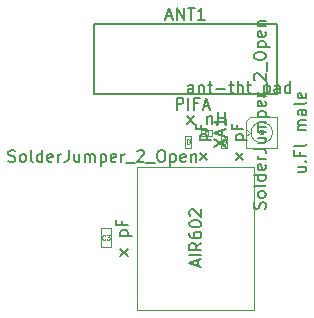
<source format=gbr>
G04 #@! TF.GenerationSoftware,KiCad,Pcbnew,(5.0.1)-3*
G04 #@! TF.CreationDate,2018-12-06T00:17:23+01:00*
G04 #@! TF.ProjectId,air602bob,616972363032626F622E6B696361645F,rev?*
G04 #@! TF.SameCoordinates,Original*
G04 #@! TF.FileFunction,Other,Fab,Top*
%FSLAX46Y46*%
G04 Gerber Fmt 4.6, Leading zero omitted, Abs format (unit mm)*
G04 Created by KiCad (PCBNEW (5.0.1)-3) date 06/12/2018 00:17:23*
%MOMM*%
%LPD*%
G01*
G04 APERTURE LIST*
%ADD10C,0.100000*%
%ADD11C,0.150000*%
%ADD12C,0.120000*%
%ADD13C,0.060000*%
%ADD14C,0.040000*%
G04 APERTURE END LIST*
D10*
G04 #@! TO.C,XA1*
X78248000Y-91440000D02*
X77948000Y-91740000D01*
X77948000Y-91140000D02*
X78248000Y-91440000D01*
X79298000Y-91440000D02*
G75*
G03X79298000Y-91440000I-50000J0D01*
G01*
X79373000Y-91440000D02*
G75*
G03X79373000Y-91440000I-125000J0D01*
G01*
X80148000Y-91440000D02*
G75*
G03X80148000Y-91440000I-900000J0D01*
G01*
X80548000Y-90140000D02*
X80548000Y-92740000D01*
X80548000Y-90140000D02*
X78248000Y-90140000D01*
X78248000Y-90140000D02*
X77948000Y-90440000D01*
X80548000Y-92740000D02*
X77948000Y-92740000D01*
X77948000Y-90440000D02*
X77948000Y-92740000D01*
X79448000Y-91440000D02*
G75*
G03X79448000Y-91440000I-200000J0D01*
G01*
G04 #@! TO.C,C3*
X66440000Y-101130000D02*
X65640000Y-101130000D01*
X65640000Y-101130000D02*
X65640000Y-99530000D01*
X65640000Y-99530000D02*
X66440000Y-99530000D01*
X66440000Y-99530000D02*
X66440000Y-101130000D01*
G04 #@! TO.C,C2*
X73275000Y-91702000D02*
X73275000Y-92702000D01*
X72775000Y-91702000D02*
X73275000Y-91702000D01*
X72775000Y-92702000D02*
X72775000Y-91702000D01*
X73275000Y-92702000D02*
X72775000Y-92702000D01*
G04 #@! TO.C,C1*
X76323000Y-92702000D02*
X75823000Y-92702000D01*
X75823000Y-92702000D02*
X75823000Y-91702000D01*
X75823000Y-91702000D02*
X76323000Y-91702000D01*
X76323000Y-91702000D02*
X76323000Y-92702000D01*
G04 #@! TO.C,L1*
X75072000Y-91190000D02*
X75072000Y-91690000D01*
X75072000Y-91690000D02*
X74072000Y-91690000D01*
X74072000Y-91690000D02*
X74072000Y-91190000D01*
X74072000Y-91190000D02*
X75072000Y-91190000D01*
D11*
G04 #@! TO.C,ANT1*
X65043000Y-82230000D02*
X65043000Y-88180000D01*
X80543000Y-88180000D02*
X80543000Y-82230000D01*
X65043000Y-88180000D02*
X80543000Y-88180000D01*
X80543000Y-82230000D02*
X65043000Y-82230000D01*
D12*
G04 #@! TO.C,U1*
X68710000Y-94380000D02*
X68710000Y-106430000D01*
X68710000Y-106430000D02*
X78610000Y-106430000D01*
X78610000Y-106430000D02*
X78610000Y-94380000D01*
X78610000Y-94380000D02*
X68710000Y-94380000D01*
G04 #@! TD*
G04 #@! TO.C,XA2*
D11*
X73438238Y-88090380D02*
X73438238Y-87566571D01*
X73390619Y-87471333D01*
X73295380Y-87423714D01*
X73104904Y-87423714D01*
X73009666Y-87471333D01*
X73438238Y-88042761D02*
X73343000Y-88090380D01*
X73104904Y-88090380D01*
X73009666Y-88042761D01*
X72962047Y-87947523D01*
X72962047Y-87852285D01*
X73009666Y-87757047D01*
X73104904Y-87709428D01*
X73343000Y-87709428D01*
X73438238Y-87661809D01*
X73914428Y-87423714D02*
X73914428Y-88090380D01*
X73914428Y-87518952D02*
X73962047Y-87471333D01*
X74057285Y-87423714D01*
X74200142Y-87423714D01*
X74295380Y-87471333D01*
X74343000Y-87566571D01*
X74343000Y-88090380D01*
X74676333Y-87423714D02*
X75057285Y-87423714D01*
X74819190Y-87090380D02*
X74819190Y-87947523D01*
X74866809Y-88042761D01*
X74962047Y-88090380D01*
X75057285Y-88090380D01*
X75390619Y-87709428D02*
X76152523Y-87709428D01*
X76485857Y-87423714D02*
X76866809Y-87423714D01*
X76628714Y-87090380D02*
X76628714Y-87947523D01*
X76676333Y-88042761D01*
X76771571Y-88090380D01*
X76866809Y-88090380D01*
X77200142Y-88090380D02*
X77200142Y-87090380D01*
X77628714Y-88090380D02*
X77628714Y-87566571D01*
X77581095Y-87471333D01*
X77485857Y-87423714D01*
X77343000Y-87423714D01*
X77247761Y-87471333D01*
X77200142Y-87518952D01*
X77962047Y-87423714D02*
X78343000Y-87423714D01*
X78104904Y-87090380D02*
X78104904Y-87947523D01*
X78152523Y-88042761D01*
X78247761Y-88090380D01*
X78343000Y-88090380D01*
X78438238Y-88185619D02*
X79200142Y-88185619D01*
X79438238Y-87423714D02*
X79438238Y-88423714D01*
X79438238Y-87471333D02*
X79533476Y-87423714D01*
X79723952Y-87423714D01*
X79819190Y-87471333D01*
X79866809Y-87518952D01*
X79914428Y-87614190D01*
X79914428Y-87899904D01*
X79866809Y-87995142D01*
X79819190Y-88042761D01*
X79723952Y-88090380D01*
X79533476Y-88090380D01*
X79438238Y-88042761D01*
X80771571Y-88090380D02*
X80771571Y-87566571D01*
X80723952Y-87471333D01*
X80628714Y-87423714D01*
X80438238Y-87423714D01*
X80343000Y-87471333D01*
X80771571Y-88042761D02*
X80676333Y-88090380D01*
X80438238Y-88090380D01*
X80343000Y-88042761D01*
X80295380Y-87947523D01*
X80295380Y-87852285D01*
X80343000Y-87757047D01*
X80438238Y-87709428D01*
X80676333Y-87709428D01*
X80771571Y-87661809D01*
X81676333Y-88090380D02*
X81676333Y-87090380D01*
X81676333Y-88042761D02*
X81581095Y-88090380D01*
X81390619Y-88090380D01*
X81295380Y-88042761D01*
X81247761Y-87995142D01*
X81200142Y-87899904D01*
X81200142Y-87614190D01*
X81247761Y-87518952D01*
X81295380Y-87471333D01*
X81390619Y-87423714D01*
X81581095Y-87423714D01*
X81676333Y-87471333D01*
G04 #@! TO.C,JP2*
X79525761Y-97892190D02*
X79573380Y-97749333D01*
X79573380Y-97511238D01*
X79525761Y-97416000D01*
X79478142Y-97368380D01*
X79382904Y-97320761D01*
X79287666Y-97320761D01*
X79192428Y-97368380D01*
X79144809Y-97416000D01*
X79097190Y-97511238D01*
X79049571Y-97701714D01*
X79001952Y-97796952D01*
X78954333Y-97844571D01*
X78859095Y-97892190D01*
X78763857Y-97892190D01*
X78668619Y-97844571D01*
X78621000Y-97796952D01*
X78573380Y-97701714D01*
X78573380Y-97463619D01*
X78621000Y-97320761D01*
X79573380Y-96749333D02*
X79525761Y-96844571D01*
X79478142Y-96892190D01*
X79382904Y-96939809D01*
X79097190Y-96939809D01*
X79001952Y-96892190D01*
X78954333Y-96844571D01*
X78906714Y-96749333D01*
X78906714Y-96606476D01*
X78954333Y-96511238D01*
X79001952Y-96463619D01*
X79097190Y-96416000D01*
X79382904Y-96416000D01*
X79478142Y-96463619D01*
X79525761Y-96511238D01*
X79573380Y-96606476D01*
X79573380Y-96749333D01*
X79573380Y-95844571D02*
X79525761Y-95939809D01*
X79430523Y-95987428D01*
X78573380Y-95987428D01*
X79573380Y-95035047D02*
X78573380Y-95035047D01*
X79525761Y-95035047D02*
X79573380Y-95130285D01*
X79573380Y-95320761D01*
X79525761Y-95416000D01*
X79478142Y-95463619D01*
X79382904Y-95511238D01*
X79097190Y-95511238D01*
X79001952Y-95463619D01*
X78954333Y-95416000D01*
X78906714Y-95320761D01*
X78906714Y-95130285D01*
X78954333Y-95035047D01*
X79525761Y-94177904D02*
X79573380Y-94273142D01*
X79573380Y-94463619D01*
X79525761Y-94558857D01*
X79430523Y-94606476D01*
X79049571Y-94606476D01*
X78954333Y-94558857D01*
X78906714Y-94463619D01*
X78906714Y-94273142D01*
X78954333Y-94177904D01*
X79049571Y-94130285D01*
X79144809Y-94130285D01*
X79240047Y-94606476D01*
X79573380Y-93701714D02*
X78906714Y-93701714D01*
X79097190Y-93701714D02*
X79001952Y-93654095D01*
X78954333Y-93606476D01*
X78906714Y-93511238D01*
X78906714Y-93416000D01*
X78573380Y-92796952D02*
X79287666Y-92796952D01*
X79430523Y-92844571D01*
X79525761Y-92939809D01*
X79573380Y-93082666D01*
X79573380Y-93177904D01*
X78906714Y-91892190D02*
X79573380Y-91892190D01*
X78906714Y-92320761D02*
X79430523Y-92320761D01*
X79525761Y-92273142D01*
X79573380Y-92177904D01*
X79573380Y-92035047D01*
X79525761Y-91939809D01*
X79478142Y-91892190D01*
X79573380Y-91416000D02*
X78906714Y-91416000D01*
X79001952Y-91416000D02*
X78954333Y-91368380D01*
X78906714Y-91273142D01*
X78906714Y-91130285D01*
X78954333Y-91035047D01*
X79049571Y-90987428D01*
X79573380Y-90987428D01*
X79049571Y-90987428D02*
X78954333Y-90939809D01*
X78906714Y-90844571D01*
X78906714Y-90701714D01*
X78954333Y-90606476D01*
X79049571Y-90558857D01*
X79573380Y-90558857D01*
X78906714Y-90082666D02*
X79906714Y-90082666D01*
X78954333Y-90082666D02*
X78906714Y-89987428D01*
X78906714Y-89796952D01*
X78954333Y-89701714D01*
X79001952Y-89654095D01*
X79097190Y-89606476D01*
X79382904Y-89606476D01*
X79478142Y-89654095D01*
X79525761Y-89701714D01*
X79573380Y-89796952D01*
X79573380Y-89987428D01*
X79525761Y-90082666D01*
X79525761Y-88796952D02*
X79573380Y-88892190D01*
X79573380Y-89082666D01*
X79525761Y-89177904D01*
X79430523Y-89225523D01*
X79049571Y-89225523D01*
X78954333Y-89177904D01*
X78906714Y-89082666D01*
X78906714Y-88892190D01*
X78954333Y-88796952D01*
X79049571Y-88749333D01*
X79144809Y-88749333D01*
X79240047Y-89225523D01*
X79573380Y-88320761D02*
X78906714Y-88320761D01*
X79097190Y-88320761D02*
X79001952Y-88273142D01*
X78954333Y-88225523D01*
X78906714Y-88130285D01*
X78906714Y-88035047D01*
X79668619Y-87939809D02*
X79668619Y-87177904D01*
X78668619Y-86987428D02*
X78621000Y-86939809D01*
X78573380Y-86844571D01*
X78573380Y-86606476D01*
X78621000Y-86511238D01*
X78668619Y-86463619D01*
X78763857Y-86416000D01*
X78859095Y-86416000D01*
X79001952Y-86463619D01*
X79573380Y-87035047D01*
X79573380Y-86416000D01*
X79668619Y-86225523D02*
X79668619Y-85463619D01*
X78573380Y-85035047D02*
X78573380Y-84844571D01*
X78621000Y-84749333D01*
X78716238Y-84654095D01*
X78906714Y-84606476D01*
X79240047Y-84606476D01*
X79430523Y-84654095D01*
X79525761Y-84749333D01*
X79573380Y-84844571D01*
X79573380Y-85035047D01*
X79525761Y-85130285D01*
X79430523Y-85225523D01*
X79240047Y-85273142D01*
X78906714Y-85273142D01*
X78716238Y-85225523D01*
X78621000Y-85130285D01*
X78573380Y-85035047D01*
X78906714Y-84177904D02*
X79906714Y-84177904D01*
X78954333Y-84177904D02*
X78906714Y-84082666D01*
X78906714Y-83892190D01*
X78954333Y-83796952D01*
X79001952Y-83749333D01*
X79097190Y-83701714D01*
X79382904Y-83701714D01*
X79478142Y-83749333D01*
X79525761Y-83796952D01*
X79573380Y-83892190D01*
X79573380Y-84082666D01*
X79525761Y-84177904D01*
X79525761Y-82892190D02*
X79573380Y-82987428D01*
X79573380Y-83177904D01*
X79525761Y-83273142D01*
X79430523Y-83320761D01*
X79049571Y-83320761D01*
X78954333Y-83273142D01*
X78906714Y-83177904D01*
X78906714Y-82987428D01*
X78954333Y-82892190D01*
X79049571Y-82844571D01*
X79144809Y-82844571D01*
X79240047Y-83320761D01*
X78906714Y-82416000D02*
X79573380Y-82416000D01*
X79001952Y-82416000D02*
X78954333Y-82368380D01*
X78906714Y-82273142D01*
X78906714Y-82130285D01*
X78954333Y-82035047D01*
X79049571Y-81987428D01*
X79573380Y-81987428D01*
G04 #@! TO.C,JP1*
X57790809Y-93876761D02*
X57933666Y-93924380D01*
X58171761Y-93924380D01*
X58267000Y-93876761D01*
X58314619Y-93829142D01*
X58362238Y-93733904D01*
X58362238Y-93638666D01*
X58314619Y-93543428D01*
X58267000Y-93495809D01*
X58171761Y-93448190D01*
X57981285Y-93400571D01*
X57886047Y-93352952D01*
X57838428Y-93305333D01*
X57790809Y-93210095D01*
X57790809Y-93114857D01*
X57838428Y-93019619D01*
X57886047Y-92972000D01*
X57981285Y-92924380D01*
X58219380Y-92924380D01*
X58362238Y-92972000D01*
X58933666Y-93924380D02*
X58838428Y-93876761D01*
X58790809Y-93829142D01*
X58743190Y-93733904D01*
X58743190Y-93448190D01*
X58790809Y-93352952D01*
X58838428Y-93305333D01*
X58933666Y-93257714D01*
X59076523Y-93257714D01*
X59171761Y-93305333D01*
X59219380Y-93352952D01*
X59267000Y-93448190D01*
X59267000Y-93733904D01*
X59219380Y-93829142D01*
X59171761Y-93876761D01*
X59076523Y-93924380D01*
X58933666Y-93924380D01*
X59838428Y-93924380D02*
X59743190Y-93876761D01*
X59695571Y-93781523D01*
X59695571Y-92924380D01*
X60647952Y-93924380D02*
X60647952Y-92924380D01*
X60647952Y-93876761D02*
X60552714Y-93924380D01*
X60362238Y-93924380D01*
X60267000Y-93876761D01*
X60219380Y-93829142D01*
X60171761Y-93733904D01*
X60171761Y-93448190D01*
X60219380Y-93352952D01*
X60267000Y-93305333D01*
X60362238Y-93257714D01*
X60552714Y-93257714D01*
X60647952Y-93305333D01*
X61505095Y-93876761D02*
X61409857Y-93924380D01*
X61219380Y-93924380D01*
X61124142Y-93876761D01*
X61076523Y-93781523D01*
X61076523Y-93400571D01*
X61124142Y-93305333D01*
X61219380Y-93257714D01*
X61409857Y-93257714D01*
X61505095Y-93305333D01*
X61552714Y-93400571D01*
X61552714Y-93495809D01*
X61076523Y-93591047D01*
X61981285Y-93924380D02*
X61981285Y-93257714D01*
X61981285Y-93448190D02*
X62028904Y-93352952D01*
X62076523Y-93305333D01*
X62171761Y-93257714D01*
X62267000Y-93257714D01*
X62886047Y-92924380D02*
X62886047Y-93638666D01*
X62838428Y-93781523D01*
X62743190Y-93876761D01*
X62600333Y-93924380D01*
X62505095Y-93924380D01*
X63790809Y-93257714D02*
X63790809Y-93924380D01*
X63362238Y-93257714D02*
X63362238Y-93781523D01*
X63409857Y-93876761D01*
X63505095Y-93924380D01*
X63647952Y-93924380D01*
X63743190Y-93876761D01*
X63790809Y-93829142D01*
X64267000Y-93924380D02*
X64267000Y-93257714D01*
X64267000Y-93352952D02*
X64314619Y-93305333D01*
X64409857Y-93257714D01*
X64552714Y-93257714D01*
X64647952Y-93305333D01*
X64695571Y-93400571D01*
X64695571Y-93924380D01*
X64695571Y-93400571D02*
X64743190Y-93305333D01*
X64838428Y-93257714D01*
X64981285Y-93257714D01*
X65076523Y-93305333D01*
X65124142Y-93400571D01*
X65124142Y-93924380D01*
X65600333Y-93257714D02*
X65600333Y-94257714D01*
X65600333Y-93305333D02*
X65695571Y-93257714D01*
X65886047Y-93257714D01*
X65981285Y-93305333D01*
X66028904Y-93352952D01*
X66076523Y-93448190D01*
X66076523Y-93733904D01*
X66028904Y-93829142D01*
X65981285Y-93876761D01*
X65886047Y-93924380D01*
X65695571Y-93924380D01*
X65600333Y-93876761D01*
X66886047Y-93876761D02*
X66790809Y-93924380D01*
X66600333Y-93924380D01*
X66505095Y-93876761D01*
X66457476Y-93781523D01*
X66457476Y-93400571D01*
X66505095Y-93305333D01*
X66600333Y-93257714D01*
X66790809Y-93257714D01*
X66886047Y-93305333D01*
X66933666Y-93400571D01*
X66933666Y-93495809D01*
X66457476Y-93591047D01*
X67362238Y-93924380D02*
X67362238Y-93257714D01*
X67362238Y-93448190D02*
X67409857Y-93352952D01*
X67457476Y-93305333D01*
X67552714Y-93257714D01*
X67647952Y-93257714D01*
X67743190Y-94019619D02*
X68505095Y-94019619D01*
X68695571Y-93019619D02*
X68743190Y-92972000D01*
X68838428Y-92924380D01*
X69076523Y-92924380D01*
X69171761Y-92972000D01*
X69219380Y-93019619D01*
X69267000Y-93114857D01*
X69267000Y-93210095D01*
X69219380Y-93352952D01*
X68647952Y-93924380D01*
X69267000Y-93924380D01*
X69457476Y-94019619D02*
X70219380Y-94019619D01*
X70647952Y-92924380D02*
X70838428Y-92924380D01*
X70933666Y-92972000D01*
X71028904Y-93067238D01*
X71076523Y-93257714D01*
X71076523Y-93591047D01*
X71028904Y-93781523D01*
X70933666Y-93876761D01*
X70838428Y-93924380D01*
X70647952Y-93924380D01*
X70552714Y-93876761D01*
X70457476Y-93781523D01*
X70409857Y-93591047D01*
X70409857Y-93257714D01*
X70457476Y-93067238D01*
X70552714Y-92972000D01*
X70647952Y-92924380D01*
X71505095Y-93257714D02*
X71505095Y-94257714D01*
X71505095Y-93305333D02*
X71600333Y-93257714D01*
X71790809Y-93257714D01*
X71886047Y-93305333D01*
X71933666Y-93352952D01*
X71981285Y-93448190D01*
X71981285Y-93733904D01*
X71933666Y-93829142D01*
X71886047Y-93876761D01*
X71790809Y-93924380D01*
X71600333Y-93924380D01*
X71505095Y-93876761D01*
X72790809Y-93876761D02*
X72695571Y-93924380D01*
X72505095Y-93924380D01*
X72409857Y-93876761D01*
X72362238Y-93781523D01*
X72362238Y-93400571D01*
X72409857Y-93305333D01*
X72505095Y-93257714D01*
X72695571Y-93257714D01*
X72790809Y-93305333D01*
X72838428Y-93400571D01*
X72838428Y-93495809D01*
X72362238Y-93591047D01*
X73267000Y-93257714D02*
X73267000Y-93924380D01*
X73267000Y-93352952D02*
X73314619Y-93305333D01*
X73409857Y-93257714D01*
X73552714Y-93257714D01*
X73647952Y-93305333D01*
X73695571Y-93400571D01*
X73695571Y-93924380D01*
G04 #@! TO.C,XA1*
X82335714Y-94344761D02*
X83002380Y-94344761D01*
X82335714Y-94773333D02*
X82859523Y-94773333D01*
X82954761Y-94725714D01*
X83002380Y-94630476D01*
X83002380Y-94487619D01*
X82954761Y-94392380D01*
X82907142Y-94344761D01*
X82907142Y-93868571D02*
X82954761Y-93820952D01*
X83002380Y-93868571D01*
X82954761Y-93916190D01*
X82907142Y-93868571D01*
X83002380Y-93868571D01*
X82478571Y-93059047D02*
X82478571Y-93392380D01*
X83002380Y-93392380D02*
X82002380Y-93392380D01*
X82002380Y-92916190D01*
X83002380Y-92392380D02*
X82954761Y-92487619D01*
X82859523Y-92535238D01*
X82002380Y-92535238D01*
X83002380Y-91249523D02*
X82335714Y-91249523D01*
X82430952Y-91249523D02*
X82383333Y-91201904D01*
X82335714Y-91106666D01*
X82335714Y-90963809D01*
X82383333Y-90868571D01*
X82478571Y-90820952D01*
X83002380Y-90820952D01*
X82478571Y-90820952D02*
X82383333Y-90773333D01*
X82335714Y-90678095D01*
X82335714Y-90535238D01*
X82383333Y-90440000D01*
X82478571Y-90392380D01*
X83002380Y-90392380D01*
X83002380Y-89487619D02*
X82478571Y-89487619D01*
X82383333Y-89535238D01*
X82335714Y-89630476D01*
X82335714Y-89820952D01*
X82383333Y-89916190D01*
X82954761Y-89487619D02*
X83002380Y-89582857D01*
X83002380Y-89820952D01*
X82954761Y-89916190D01*
X82859523Y-89963809D01*
X82764285Y-89963809D01*
X82669047Y-89916190D01*
X82621428Y-89820952D01*
X82621428Y-89582857D01*
X82573809Y-89487619D01*
X83002380Y-88868571D02*
X82954761Y-88963809D01*
X82859523Y-89011428D01*
X82002380Y-89011428D01*
X82954761Y-88106666D02*
X83002380Y-88201904D01*
X83002380Y-88392380D01*
X82954761Y-88487619D01*
X82859523Y-88535238D01*
X82478571Y-88535238D01*
X82383333Y-88487619D01*
X82335714Y-88392380D01*
X82335714Y-88201904D01*
X82383333Y-88106666D01*
X82478571Y-88059047D01*
X82573809Y-88059047D01*
X82669047Y-88535238D01*
X75200380Y-92678095D02*
X76200380Y-92011428D01*
X75200380Y-92011428D02*
X76200380Y-92678095D01*
X75914666Y-91678095D02*
X75914666Y-91201904D01*
X76200380Y-91773333D02*
X75200380Y-91440000D01*
X76200380Y-91106666D01*
X76200380Y-90249523D02*
X76200380Y-90820952D01*
X76200380Y-90535238D02*
X75200380Y-90535238D01*
X75343238Y-90630476D01*
X75438476Y-90725714D01*
X75486095Y-90820952D01*
G04 #@! TO.C,C3*
X67922380Y-101853809D02*
X67255714Y-101330000D01*
X67255714Y-101853809D02*
X67922380Y-101330000D01*
X67255714Y-100187142D02*
X68255714Y-100187142D01*
X67303333Y-100187142D02*
X67255714Y-100091904D01*
X67255714Y-99901428D01*
X67303333Y-99806190D01*
X67350952Y-99758571D01*
X67446190Y-99710952D01*
X67731904Y-99710952D01*
X67827142Y-99758571D01*
X67874761Y-99806190D01*
X67922380Y-99901428D01*
X67922380Y-100091904D01*
X67874761Y-100187142D01*
X67398571Y-98949047D02*
X67398571Y-99282380D01*
X67922380Y-99282380D02*
X66922380Y-99282380D01*
X66922380Y-98806190D01*
D13*
X65973333Y-100472857D02*
X65954285Y-100491904D01*
X65897142Y-100510952D01*
X65859047Y-100510952D01*
X65801904Y-100491904D01*
X65763809Y-100453809D01*
X65744761Y-100415714D01*
X65725714Y-100339523D01*
X65725714Y-100282380D01*
X65744761Y-100206190D01*
X65763809Y-100168095D01*
X65801904Y-100130000D01*
X65859047Y-100110952D01*
X65897142Y-100110952D01*
X65954285Y-100130000D01*
X65973333Y-100149047D01*
X66106666Y-100110952D02*
X66354285Y-100110952D01*
X66220952Y-100263333D01*
X66278095Y-100263333D01*
X66316190Y-100282380D01*
X66335238Y-100301428D01*
X66354285Y-100339523D01*
X66354285Y-100434761D01*
X66335238Y-100472857D01*
X66316190Y-100491904D01*
X66278095Y-100510952D01*
X66163809Y-100510952D01*
X66125714Y-100491904D01*
X66106666Y-100472857D01*
G04 #@! TO.C,C2*
D11*
X74647380Y-93725809D02*
X73980714Y-93202000D01*
X73980714Y-93725809D02*
X74647380Y-93202000D01*
X73980714Y-92059142D02*
X74980714Y-92059142D01*
X74028333Y-92059142D02*
X73980714Y-91963904D01*
X73980714Y-91773428D01*
X74028333Y-91678190D01*
X74075952Y-91630571D01*
X74171190Y-91582952D01*
X74456904Y-91582952D01*
X74552142Y-91630571D01*
X74599761Y-91678190D01*
X74647380Y-91773428D01*
X74647380Y-91963904D01*
X74599761Y-92059142D01*
X74123571Y-90821047D02*
X74123571Y-91154380D01*
X74647380Y-91154380D02*
X73647380Y-91154380D01*
X73647380Y-90678190D01*
D14*
X73114285Y-92243666D02*
X73126190Y-92255571D01*
X73138095Y-92291285D01*
X73138095Y-92315095D01*
X73126190Y-92350809D01*
X73102380Y-92374619D01*
X73078571Y-92386523D01*
X73030952Y-92398428D01*
X72995238Y-92398428D01*
X72947619Y-92386523D01*
X72923809Y-92374619D01*
X72900000Y-92350809D01*
X72888095Y-92315095D01*
X72888095Y-92291285D01*
X72900000Y-92255571D01*
X72911904Y-92243666D01*
X72911904Y-92148428D02*
X72900000Y-92136523D01*
X72888095Y-92112714D01*
X72888095Y-92053190D01*
X72900000Y-92029380D01*
X72911904Y-92017476D01*
X72935714Y-92005571D01*
X72959523Y-92005571D01*
X72995238Y-92017476D01*
X73138095Y-92160333D01*
X73138095Y-92005571D01*
G04 #@! TO.C,C1*
D11*
X77695380Y-93725809D02*
X77028714Y-93202000D01*
X77028714Y-93725809D02*
X77695380Y-93202000D01*
X77028714Y-92059142D02*
X78028714Y-92059142D01*
X77076333Y-92059142D02*
X77028714Y-91963904D01*
X77028714Y-91773428D01*
X77076333Y-91678190D01*
X77123952Y-91630571D01*
X77219190Y-91582952D01*
X77504904Y-91582952D01*
X77600142Y-91630571D01*
X77647761Y-91678190D01*
X77695380Y-91773428D01*
X77695380Y-91963904D01*
X77647761Y-92059142D01*
X77171571Y-90821047D02*
X77171571Y-91154380D01*
X77695380Y-91154380D02*
X76695380Y-91154380D01*
X76695380Y-90678190D01*
D14*
X76162285Y-92243666D02*
X76174190Y-92255571D01*
X76186095Y-92291285D01*
X76186095Y-92315095D01*
X76174190Y-92350809D01*
X76150380Y-92374619D01*
X76126571Y-92386523D01*
X76078952Y-92398428D01*
X76043238Y-92398428D01*
X75995619Y-92386523D01*
X75971809Y-92374619D01*
X75948000Y-92350809D01*
X75936095Y-92315095D01*
X75936095Y-92291285D01*
X75948000Y-92255571D01*
X75959904Y-92243666D01*
X76186095Y-92005571D02*
X76186095Y-92148428D01*
X76186095Y-92077000D02*
X75936095Y-92077000D01*
X75971809Y-92100809D01*
X75995619Y-92124619D01*
X76007523Y-92148428D01*
G04 #@! TO.C,L1*
D11*
X72952952Y-90722380D02*
X73476761Y-90055714D01*
X72952952Y-90055714D02*
X73476761Y-90722380D01*
X74619619Y-90055714D02*
X74619619Y-90722380D01*
X74619619Y-90150952D02*
X74667238Y-90103333D01*
X74762476Y-90055714D01*
X74905333Y-90055714D01*
X75000571Y-90103333D01*
X75048190Y-90198571D01*
X75048190Y-90722380D01*
X75524380Y-90722380D02*
X75524380Y-89722380D01*
X75524380Y-90198571D02*
X76095809Y-90198571D01*
X76095809Y-90722380D02*
X76095809Y-89722380D01*
D14*
X74685095Y-91481666D02*
X74685095Y-91600714D01*
X74435095Y-91600714D01*
X74685095Y-91267380D02*
X74685095Y-91410238D01*
X74685095Y-91338809D02*
X74435095Y-91338809D01*
X74470809Y-91362619D01*
X74494619Y-91386428D01*
X74506523Y-91410238D01*
G04 #@! TO.C,ANT1*
D11*
X72035857Y-89492380D02*
X72035857Y-88492380D01*
X72416809Y-88492380D01*
X72512047Y-88540000D01*
X72559666Y-88587619D01*
X72607285Y-88682857D01*
X72607285Y-88825714D01*
X72559666Y-88920952D01*
X72512047Y-88968571D01*
X72416809Y-89016190D01*
X72035857Y-89016190D01*
X73035857Y-89492380D02*
X73035857Y-88492380D01*
X73845380Y-88968571D02*
X73512047Y-88968571D01*
X73512047Y-89492380D02*
X73512047Y-88492380D01*
X73988238Y-88492380D01*
X74321571Y-89206666D02*
X74797761Y-89206666D01*
X74226333Y-89492380D02*
X74559666Y-88492380D01*
X74893000Y-89492380D01*
X71173952Y-81596666D02*
X71650142Y-81596666D01*
X71078714Y-81882380D02*
X71412047Y-80882380D01*
X71745380Y-81882380D01*
X72078714Y-81882380D02*
X72078714Y-80882380D01*
X72650142Y-81882380D01*
X72650142Y-80882380D01*
X72983476Y-80882380D02*
X73554904Y-80882380D01*
X73269190Y-81882380D02*
X73269190Y-80882380D01*
X74412047Y-81882380D02*
X73840619Y-81882380D01*
X74126333Y-81882380D02*
X74126333Y-80882380D01*
X74031095Y-81025238D01*
X73935857Y-81120476D01*
X73840619Y-81168095D01*
G04 #@! TO.C,U1*
X73826666Y-102734761D02*
X73826666Y-102258571D01*
X74112380Y-102830000D02*
X73112380Y-102496666D01*
X74112380Y-102163333D01*
X74112380Y-101830000D02*
X73112380Y-101830000D01*
X74112380Y-100782380D02*
X73636190Y-101115714D01*
X74112380Y-101353809D02*
X73112380Y-101353809D01*
X73112380Y-100972857D01*
X73160000Y-100877619D01*
X73207619Y-100830000D01*
X73302857Y-100782380D01*
X73445714Y-100782380D01*
X73540952Y-100830000D01*
X73588571Y-100877619D01*
X73636190Y-100972857D01*
X73636190Y-101353809D01*
X73112380Y-99925238D02*
X73112380Y-100115714D01*
X73160000Y-100210952D01*
X73207619Y-100258571D01*
X73350476Y-100353809D01*
X73540952Y-100401428D01*
X73921904Y-100401428D01*
X74017142Y-100353809D01*
X74064761Y-100306190D01*
X74112380Y-100210952D01*
X74112380Y-100020476D01*
X74064761Y-99925238D01*
X74017142Y-99877619D01*
X73921904Y-99830000D01*
X73683809Y-99830000D01*
X73588571Y-99877619D01*
X73540952Y-99925238D01*
X73493333Y-100020476D01*
X73493333Y-100210952D01*
X73540952Y-100306190D01*
X73588571Y-100353809D01*
X73683809Y-100401428D01*
X73112380Y-99210952D02*
X73112380Y-99115714D01*
X73160000Y-99020476D01*
X73207619Y-98972857D01*
X73302857Y-98925238D01*
X73493333Y-98877619D01*
X73731428Y-98877619D01*
X73921904Y-98925238D01*
X74017142Y-98972857D01*
X74064761Y-99020476D01*
X74112380Y-99115714D01*
X74112380Y-99210952D01*
X74064761Y-99306190D01*
X74017142Y-99353809D01*
X73921904Y-99401428D01*
X73731428Y-99449047D01*
X73493333Y-99449047D01*
X73302857Y-99401428D01*
X73207619Y-99353809D01*
X73160000Y-99306190D01*
X73112380Y-99210952D01*
X73207619Y-98496666D02*
X73160000Y-98449047D01*
X73112380Y-98353809D01*
X73112380Y-98115714D01*
X73160000Y-98020476D01*
X73207619Y-97972857D01*
X73302857Y-97925238D01*
X73398095Y-97925238D01*
X73540952Y-97972857D01*
X74112380Y-98544285D01*
X74112380Y-97925238D01*
G04 #@! TD*
M02*

</source>
